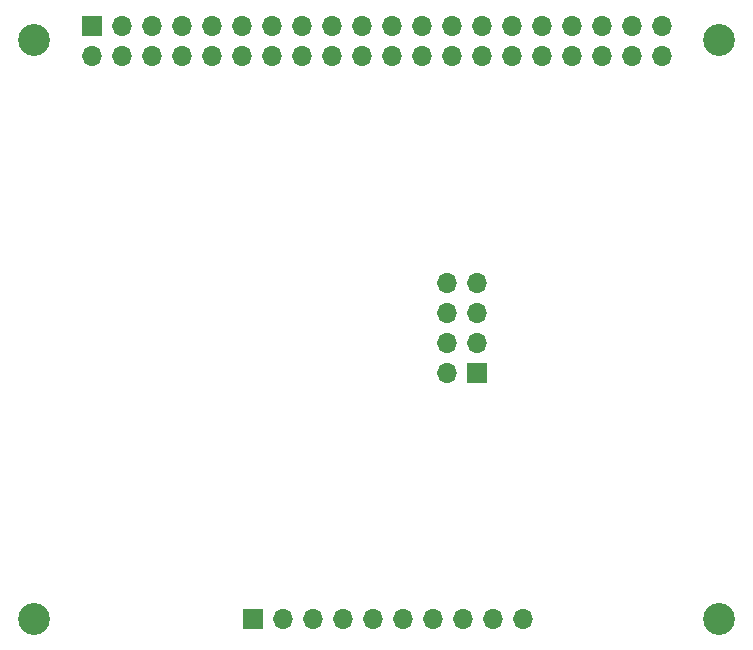
<source format=gbs>
G04 #@! TF.GenerationSoftware,KiCad,Pcbnew,7.0.9*
G04 #@! TF.CreationDate,2023-11-08T23:19:24+02:00*
G04 #@! TF.ProjectId,CubeSAT,43756265-5341-4542-9e6b-696361645f70,rev?*
G04 #@! TF.SameCoordinates,Original*
G04 #@! TF.FileFunction,Soldermask,Bot*
G04 #@! TF.FilePolarity,Negative*
%FSLAX46Y46*%
G04 Gerber Fmt 4.6, Leading zero omitted, Abs format (unit mm)*
G04 Created by KiCad (PCBNEW 7.0.9) date 2023-11-08 23:19:24*
%MOMM*%
%LPD*%
G01*
G04 APERTURE LIST*
%ADD10R,1.700000X1.700000*%
%ADD11O,1.700000X1.700000*%
%ADD12C,2.700000*%
G04 APERTURE END LIST*
D10*
X202075000Y-112500000D03*
D11*
X204615000Y-112500000D03*
X207155000Y-112500000D03*
X209695000Y-112500000D03*
X212235000Y-112500000D03*
X214775000Y-112500000D03*
X217315000Y-112500000D03*
X219855000Y-112500000D03*
X222395000Y-112500000D03*
X224935000Y-112500000D03*
D12*
X183500000Y-63500000D03*
X183500000Y-112500000D03*
X241500000Y-112500000D03*
X241500000Y-63500000D03*
D10*
X220990000Y-91710000D03*
D11*
X218450000Y-91710000D03*
X220990000Y-89170000D03*
X218450000Y-89170000D03*
X220990000Y-86630000D03*
X218450000Y-86630000D03*
X220990000Y-84090000D03*
X218450000Y-84090000D03*
D10*
X188380000Y-62310000D03*
D11*
X188380000Y-64850000D03*
X190920000Y-62310000D03*
X190920000Y-64850000D03*
X193460000Y-62310000D03*
X193460000Y-64850000D03*
X196000000Y-62310000D03*
X196000000Y-64850000D03*
X198540000Y-62310000D03*
X198540000Y-64850000D03*
X201080000Y-62310000D03*
X201080000Y-64850000D03*
X203620000Y-62310000D03*
X203620000Y-64850000D03*
X206160000Y-62310000D03*
X206160000Y-64850000D03*
X208700000Y-62310000D03*
X208700000Y-64850000D03*
X211240000Y-62310000D03*
X211240000Y-64850000D03*
X213780000Y-62310000D03*
X213780000Y-64850000D03*
X216320000Y-62310000D03*
X216320000Y-64850000D03*
X218860000Y-62310000D03*
X218860000Y-64850000D03*
X221400000Y-62310000D03*
X221400000Y-64850000D03*
X223940000Y-62310000D03*
X223940000Y-64850000D03*
X226480000Y-62310000D03*
X226480000Y-64850000D03*
X229020000Y-62310000D03*
X229020000Y-64850000D03*
X231560000Y-62310000D03*
X231560000Y-64850000D03*
X234100000Y-62310000D03*
X234100000Y-64850000D03*
X236640000Y-62310000D03*
X236640000Y-64850000D03*
M02*

</source>
